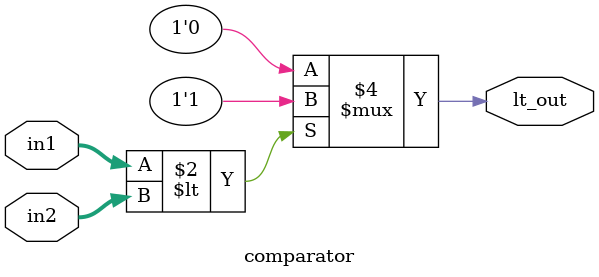
<source format=v>
module comparator (in1, in2, lt_out);
	input[3:0] in1, in2;
	output reg lt_out;
	
	always@(in1 or in2) begin
		if(in1 < in2)
			lt_out = 1;
		else
			lt_out = 0;
		$display("r_lt_y: %d", lt_out);
	end

endmodule
</source>
